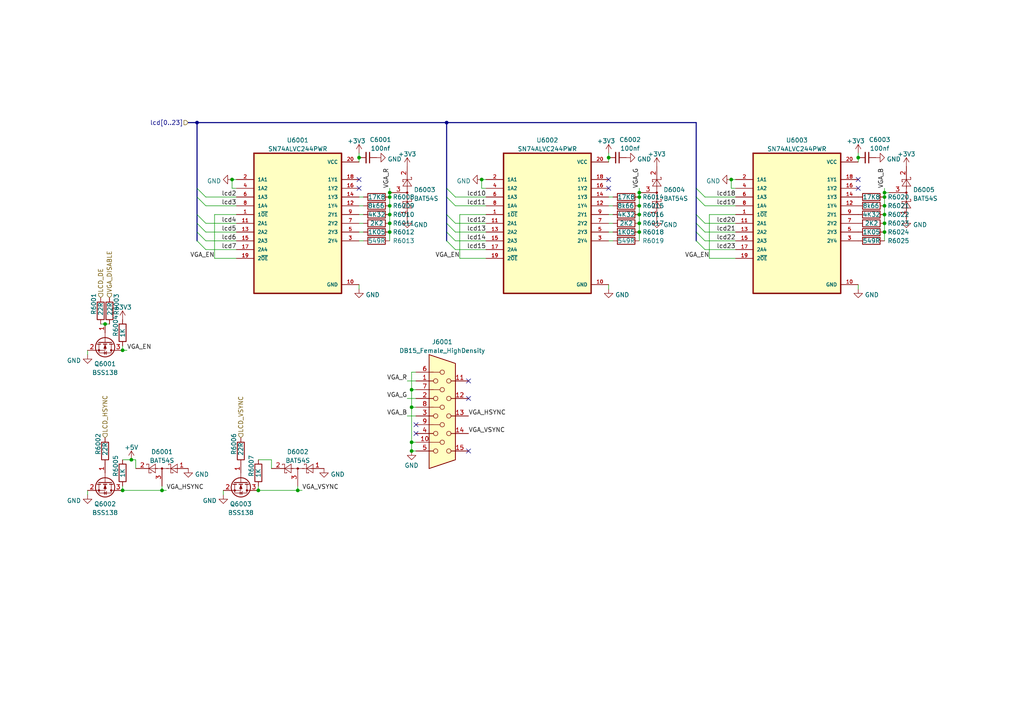
<source format=kicad_sch>
(kicad_sch (version 20211123) (generator eeschema)
  (paper "A4")
  (lib_symbols
    (symbol "Connector:DB15_Female_HighDensity" (pin_names (offset 1.016) hide)
      (property "Reference" "J" (at 0 21.59 0))
      (property "Value" "DB15_Female_HighDensity" (at 0 19.05 0))
      (symbol "DB15_Female_HighDensity_0_1"
        (circle (center -1.905 -10.16) (radius 0.635))
        (circle (center -1.905 -5.08) (radius 0.635))
        (circle (center -1.905 0) (radius 0.635))
        (circle (center -1.905 5.08) (radius 0.635))
        (circle (center -1.905 10.16) (radius 0.635))
        (circle (center 0 -7.62) (radius 0.635))
        (circle (center 0 -2.54) (radius 0.635))
        (polyline (pts (xy -3.175 7.62) (xy -0.635 7.62)))
        (polyline (pts (xy -0.635 -7.62) (xy -3.175 -7.62)))
        (polyline (pts (xy -0.635 -2.54) (xy -3.175 -2.54)))
        (polyline (pts (xy -0.635 2.54) (xy -3.175 2.54)))
        (polyline (pts (xy -0.635 12.7) (xy -3.175 12.7)))
        (polyline (pts (xy -3.81 17.78) (xy -3.81 -15.24) (xy 3.81 -12.7) (xy 3.81 15.24) (xy -3.81 17.78)) (stroke (width 0.254)) (fill (type background)))
        (circle (center 0 2.54) (radius 0.635))
        (circle (center 0 7.62) (radius 0.635))
        (circle (center 0 12.7) (radius 0.635))
        (circle (center 1.905 -10.16) (radius 0.635))
        (circle (center 1.905 -5.08) (radius 0.635))
        (circle (center 1.905 0) (radius 0.635))
        (circle (center 1.905 5.08) (radius 0.635))
        (circle (center 1.905 10.16) (radius 0.635))
      )
      (symbol "DB15_Female_HighDensity_1_1"
        (pin passive line (at -7.62 10.16 0) (length 5.08) (name "~") (number "1"))
        (pin passive line (at -7.62 -7.62 0) (length 5.08) (name "~") (number "10"))
        (pin passive line (at 7.62 10.16 180) (length 5.08) (name "~") (number "11"))
        (pin passive line (at 7.62 5.08 180) (length 5.08) (name "~") (number "12"))
        (pin passive line (at 7.62 0 180) (length 5.08) (name "~") (number "13"))
        (pin passive line (at 7.62 -5.08 180) (length 5.08) (name "~") (number "14"))
        (pin passive line (at 7.62 -10.16 180) (length 5.08) (name "~") (number "15"))
        (pin passive line (at -7.62 5.08 0) (length 5.08) (name "~") (number "2"))
        (pin passive line (at -7.62 0 0) (length 5.08) (name "~") (number "3"))
        (pin passive line (at -7.62 -5.08 0) (length 5.08) (name "~") (number "4"))
        (pin passive line (at -7.62 -10.16 0) (length 5.08) (name "~") (number "5"))
        (pin passive line (at -7.62 12.7 0) (length 5.08) (name "~") (number "6"))
        (pin passive line (at -7.62 7.62 0) (length 5.08) (name "~") (number "7"))
        (pin passive line (at -7.62 2.54 0) (length 5.08) (name "~") (number "8"))
        (pin passive line (at -7.62 -2.54 0) (length 5.08) (name "~") (number "9"))
      )
    )
    (symbol "Device:C_Small" (pin_numbers hide) (pin_names (offset 0.254) hide)
      (property "Reference" "C" (at 0.254 1.778 0))
      (property "Value" "C_Small" (at 0.254 -2.032 0))
      (symbol "C_Small_0_1"
        (polyline (pts (xy -1.524 -0.508) (xy 1.524 -0.508)) (stroke (width 0.3302)))
        (polyline (pts (xy -1.524 0.508) (xy 1.524 0.508)) (stroke (width 0.3048)))
      )
      (symbol "C_Small_1_1"
        (pin passive line (at 0 2.54 270) (length 2.032) (name "~") (number "1"))
        (pin passive line (at 0 -2.54 90) (length 2.032) (name "~") (number "2"))
      )
    )
    (symbol "Device:R" (pin_numbers hide) (pin_names (offset 0))
      (property "Reference" "R" (at 2.032 0 90))
      (property "Value" "R" (at 0 0 90))
      (symbol "R_0_1"
        (rectangle (start -1.016 -2.54) (end 1.016 2.54) (stroke (width 0.254)))
      )
      (symbol "R_1_1"
        (pin passive line (at 0 3.81 270) (length 1.27) (name "~") (number "1"))
        (pin passive line (at 0 -3.81 90) (length 1.27) (name "~") (number "2"))
      )
    )
    (symbol "Diode:BAT54S" (pin_names (offset 1.016))
      (property "Reference" "D" (at 0.635 -3.81 0))
      (property "Value" "BAT54S" (at -6.35 3.175 0))
      (symbol "BAT54S_0_1"
        (polyline (pts (xy -3.81 0) (xy -1.27 0)))
        (polyline (pts (xy -3.175 -1.27) (xy -3.175 -1.016)))
        (polyline (pts (xy -2.54 -1.27) (xy -3.175 -1.27)))
        (polyline (pts (xy -2.54 -1.27) (xy -2.54 1.27)))
        (polyline (pts (xy -2.54 1.27) (xy -1.905 1.27)))
        (polyline (pts (xy -1.905 0) (xy 1.905 0)))
        (polyline (pts (xy -1.905 1.27) (xy -1.905 1.016)))
        (polyline (pts (xy 1.27 0) (xy 3.81 0)))
        (polyline (pts (xy 3.175 -1.27) (xy 3.175 -1.016)))
        (polyline (pts (xy 3.81 -1.27) (xy 3.175 -1.27)))
        (polyline (pts (xy 3.81 -1.27) (xy 3.81 1.27)))
        (polyline (pts (xy 3.81 1.27) (xy 4.445 1.27)))
        (polyline (pts (xy 4.445 1.27) (xy 4.445 1.016)))
        (polyline (pts (xy -4.445 1.27) (xy -4.445 -1.27) (xy -2.54 0) (xy -4.445 1.27)))
        (polyline (pts (xy 1.905 1.27) (xy 1.905 -1.27) (xy 3.81 0) (xy 1.905 1.27)))
        (circle (center 0 0) (radius 0.254) (fill (type outline)))
      )
      (symbol "BAT54S_1_1"
        (pin passive line (at -7.62 0 0) (length 3.81) (name "~") (number "1"))
        (pin passive line (at 7.62 0 180) (length 3.81) (name "~") (number "2"))
        (pin passive line (at 0 -5.08 90) (length 5.08) (name "~") (number "3"))
      )
    )
    (symbol "SN74ALVC244PWR_line_driver:SN74ALVC244PWR" (pin_names (offset 1.016))
      (property "Reference" "U" (at -12.7 21.3106 0))
      (property "Value" "SN74ALVC244PWR" (at -12.7 -24.3078 0))
      (symbol "SN74ALVC244PWR_0_0"
        (rectangle (start -12.7 -20.32) (end 12.7 20.32) (stroke (width 0.4064)) (fill (type background)))
        (pin input line (at -17.78 2.54 0) (length 5.08) (name "1~{OE}") (number "1"))
        (pin power_in line (at 17.78 -17.78 180) (length 5.08) (name "GND") (number "10"))
        (pin input line (at -17.78 0 0) (length 5.08) (name "2A1") (number "11"))
        (pin output line (at 17.78 5.08 180) (length 5.08) (name "1Y4") (number "12"))
        (pin input line (at -17.78 -2.54 0) (length 5.08) (name "2A2") (number "13"))
        (pin output line (at 17.78 7.62 180) (length 5.08) (name "1Y3") (number "14"))
        (pin input line (at -17.78 -5.08 0) (length 5.08) (name "2A3") (number "15"))
        (pin output line (at 17.78 10.16 180) (length 5.08) (name "1Y2") (number "16"))
        (pin input line (at -17.78 -7.62 0) (length 5.08) (name "2A4") (number "17"))
        (pin output line (at 17.78 12.7 180) (length 5.08) (name "1Y1") (number "18"))
        (pin input line (at -17.78 -10.16 0) (length 5.08) (name "2~{OE}") (number "19"))
        (pin input line (at -17.78 12.7 0) (length 5.08) (name "1A1") (number "2"))
        (pin power_in line (at 17.78 17.78 180) (length 5.08) (name "VCC") (number "20"))
        (pin output line (at 17.78 -5.08 180) (length 5.08) (name "2Y4") (number "3"))
        (pin input line (at -17.78 10.16 0) (length 5.08) (name "1A2") (number "4"))
        (pin output line (at 17.78 -2.54 180) (length 5.08) (name "2Y3") (number "5"))
        (pin input line (at -17.78 7.62 0) (length 5.08) (name "1A3") (number "6"))
        (pin output line (at 17.78 0 180) (length 5.08) (name "2Y2") (number "7"))
        (pin input line (at -17.78 5.08 0) (length 5.08) (name "1A4") (number "8"))
        (pin output line (at 17.78 2.54 180) (length 5.08) (name "2Y1") (number "9"))
      )
    )
    (symbol "Transistor_FET:BSS138" (pin_names hide)
      (property "Reference" "Q" (at 5.08 1.905 0))
      (property "Value" "BSS138" (at 5.08 0 0))
      (symbol "BSS138_0_1"
        (polyline (pts (xy 0.254 0) (xy -2.54 0)))
        (polyline (pts (xy 0.254 1.905) (xy 0.254 -1.905)) (stroke (width 0.254)))
        (polyline (pts (xy 0.762 -1.27) (xy 0.762 -2.286)) (stroke (width 0.254)))
        (polyline (pts (xy 0.762 0.508) (xy 0.762 -0.508)) (stroke (width 0.254)))
        (polyline (pts (xy 0.762 2.286) (xy 0.762 1.27)) (stroke (width 0.254)))
        (polyline (pts (xy 2.54 2.54) (xy 2.54 1.778)))
        (polyline (pts (xy 2.54 -2.54) (xy 2.54 0) (xy 0.762 0)))
        (polyline (pts (xy 0.762 -1.778) (xy 3.302 -1.778) (xy 3.302 1.778) (xy 0.762 1.778)))
        (polyline (pts (xy 1.016 0) (xy 2.032 0.381) (xy 2.032 -0.381) (xy 1.016 0)) (fill (type outline)))
        (polyline (pts (xy 2.794 0.508) (xy 2.921 0.381) (xy 3.683 0.381) (xy 3.81 0.254)))
        (polyline (pts (xy 3.302 0.381) (xy 2.921 -0.254) (xy 3.683 -0.254) (xy 3.302 0.381)))
        (circle (center 1.651 0) (radius 2.794) (stroke (width 0.254)))
        (circle (center 2.54 -1.778) (radius 0.254) (fill (type outline)))
        (circle (center 2.54 1.778) (radius 0.254) (fill (type outline)))
      )
      (symbol "BSS138_1_1"
        (pin input line (at -5.08 0 0) (length 2.54) (name "G") (number "1"))
        (pin passive line (at 2.54 -5.08 90) (length 2.54) (name "S") (number "2"))
        (pin passive line (at 2.54 5.08 270) (length 2.54) (name "D") (number "3"))
      )
    )
    (symbol "power:+3V3" (power) (pin_names (offset 0))
      (property "Value" "+3V3" (at 0 3.556 0))
      (symbol "+3V3_0_1"
        (polyline (pts (xy -0.762 1.27) (xy 0 2.54)))
        (polyline (pts (xy 0 0) (xy 0 2.54)))
        (polyline (pts (xy 0 2.54) (xy 0.762 1.27)))
      )
      (symbol "+3V3_1_1"
        (pin power_in line (at 0 0 90) (length 0) hide (name "+3V3") (number "1"))
      )
    )
    (symbol "power:+5V" (power) (pin_names (offset 0))
      (property "Value" "+5V" (at 0 3.556 0))
      (symbol "+5V_0_1"
        (polyline (pts (xy -0.762 1.27) (xy 0 2.54)))
        (polyline (pts (xy 0 0) (xy 0 2.54)))
        (polyline (pts (xy 0 2.54) (xy 0.762 1.27)))
      )
      (symbol "+5V_1_1"
        (pin power_in line (at 0 0 90) (length 0) hide (name "+5V") (number "1"))
      )
    )
    (symbol "power:GND" (power) (pin_names (offset 0))
      (property "Value" "GND" (at 0 -3.81 0))
      (symbol "GND_0_1"
        (polyline (pts (xy 0 0) (xy 0 -1.27) (xy 1.27 -1.27) (xy 0 -2.54) (xy -1.27 -1.27) (xy 0 -1.27)))
      )
      (symbol "GND_1_1"
        (pin power_in line (at 0 0 270) (length 0) hide (name "GND") (number "1"))
      )
    )
  )
  (junction (at 256.54 62.23))
  (junction (at 119.38 118.11))
  (junction (at 212.09 52.07))
  (junction (at 30.48 93.98))
  (junction (at 74.93 142.24))
  (junction (at 113.03 57.15))
  (junction (at 185.42 55.88))
  (junction (at 248.92 45.72))
  (junction (at 113.03 64.77))
  (junction (at 256.54 57.15))
  (junction (at 104.14 45.72))
  (junction (at 113.03 55.88))
  (junction (at 119.38 128.27))
  (junction (at 256.54 67.31))
  (junction (at 119.38 130.81))
  (junction (at 57.15 35.56))
  (junction (at 86.36 142.24))
  (junction (at 46.99 142.24))
  (junction (at 38.1 133.35))
  (junction (at 185.42 67.31))
  (junction (at 113.03 59.69))
  (junction (at 67.31 52.07))
  (junction (at 256.54 59.69))
  (junction (at 256.54 64.77))
  (junction (at 185.42 62.23))
  (junction (at 35.56 142.24))
  (junction (at 113.03 62.23))
  (junction (at 176.53 45.72))
  (junction (at 185.42 59.69))
  (junction (at 185.42 57.15))
  (junction (at 256.54 55.88))
  (junction (at 185.42 64.77))
  (junction (at 35.56 101.6))
  (junction (at 113.03 67.31))
  (junction (at 129.54 35.56))
  (junction (at 139.7 52.07))
  (junction (at 119.38 113.03))
  (no_connect (at 248.92 52.07))
  (no_connect (at 104.14 52.07))
  (no_connect (at 104.14 54.61))
  (no_connect (at 248.92 54.61))
  (no_connect (at 120.65 123.19))
  (no_connect (at 120.65 125.73))
  (no_connect (at 135.89 110.49))
  (no_connect (at 135.89 130.81))
  (no_connect (at 135.89 115.57))
  (no_connect (at 176.53 52.07))
  (no_connect (at 176.53 54.61))
  (bus_entry (at 57.15 64.77) (size 2.54 2.54))
  (bus_entry (at 129.54 57.15) (size 2.54 2.54))
  (bus_entry (at 129.54 62.23) (size 2.54 2.54))
  (bus_entry (at 57.15 67.31) (size 2.54 2.54))
  (bus_entry (at 129.54 54.61) (size 2.54 2.54))
  (bus_entry (at 201.93 64.77) (size 2.54 2.54))
  (bus_entry (at 201.93 62.23) (size 2.54 2.54))
  (bus_entry (at 129.54 64.77) (size 2.54 2.54))
  (bus_entry (at 129.54 67.31) (size 2.54 2.54))
  (bus_entry (at 57.15 57.15) (size 2.54 2.54))
  (bus_entry (at 201.93 57.15) (size 2.54 2.54))
  (bus_entry (at 201.93 67.31) (size 2.54 2.54))
  (bus_entry (at 201.93 54.61) (size 2.54 2.54))
  (bus_entry (at 129.54 69.85) (size 2.54 2.54))
  (bus_entry (at 57.15 69.85) (size 2.54 2.54))
  (bus_entry (at 201.93 69.85) (size 2.54 2.54))
  (bus_entry (at 57.15 54.61) (size 2.54 2.54))
  (bus_entry (at 57.15 62.23) (size 2.54 2.54))
  (bus (pts (xy 129.54 69.85) (xy 129.54 67.31)))
  (wire (pts (xy 204.47 72.39) (xy 213.36 72.39)))
  (wire (pts (xy 113.03 62.23) (xy 113.03 64.77)))
  (wire (pts (xy 113.03 57.15) (xy 113.03 59.69)))
  (wire (pts (xy 35.56 133.35) (xy 38.1 133.35)))
  (wire (pts (xy 35.56 101.6) (xy 36.83 101.6)))
  (wire (pts (xy 78.74 133.35) (xy 78.74 135.89)))
  (wire (pts (xy 256.54 67.31) (xy 256.54 69.85)))
  (wire (pts (xy 256.54 57.15) (xy 256.54 59.69)))
  (wire (pts (xy 104.14 67.31) (xy 105.41 67.31)))
  (wire (pts (xy 120.65 120.65) (xy 118.11 120.65)))
  (bus (pts (xy 201.93 67.31) (xy 201.93 64.77)))
  (wire (pts (xy 38.1 133.35) (xy 39.37 133.35)))
  (wire (pts (xy 35.56 100.33) (xy 35.56 101.6)))
  (wire (pts (xy 204.47 67.31) (xy 213.36 67.31)))
  (wire (pts (xy 176.53 57.15) (xy 177.8 57.15)))
  (bus (pts (xy 201.93 69.85) (xy 201.93 67.31)))
  (wire (pts (xy 256.54 62.23) (xy 256.54 64.77)))
  (wire (pts (xy 133.35 74.93) (xy 133.35 62.23)))
  (wire (pts (xy 132.08 69.85) (xy 140.97 69.85)))
  (wire (pts (xy 113.03 67.31) (xy 113.03 69.85)))
  (wire (pts (xy 176.53 45.72) (xy 176.53 46.99)))
  (wire (pts (xy 213.36 54.61) (xy 212.09 54.61)))
  (wire (pts (xy 35.56 140.97) (xy 35.56 142.24)))
  (wire (pts (xy 119.38 113.03) (xy 119.38 118.11)))
  (wire (pts (xy 67.31 52.07) (xy 68.58 52.07)))
  (wire (pts (xy 74.93 140.97) (xy 74.93 142.24)))
  (wire (pts (xy 120.65 107.95) (xy 119.38 107.95)))
  (wire (pts (xy 68.58 54.61) (xy 67.31 54.61)))
  (bus (pts (xy 57.15 67.31) (xy 57.15 64.77)))
  (wire (pts (xy 119.38 128.27) (xy 119.38 118.11)))
  (wire (pts (xy 133.35 62.23) (xy 140.97 62.23)))
  (wire (pts (xy 256.54 54.61) (xy 256.54 55.88)))
  (bus (pts (xy 201.93 57.15) (xy 201.93 54.61)))
  (wire (pts (xy 185.42 54.61) (xy 185.42 55.88)))
  (bus (pts (xy 57.15 69.85) (xy 57.15 67.31)))
  (wire (pts (xy 104.14 44.45) (xy 104.14 45.72)))
  (wire (pts (xy 118.11 115.57) (xy 120.65 115.57)))
  (wire (pts (xy 185.42 55.88) (xy 185.42 57.15)))
  (wire (pts (xy 113.03 59.69) (xy 113.03 62.23)))
  (wire (pts (xy 104.14 57.15) (xy 105.41 57.15)))
  (bus (pts (xy 54.61 35.56) (xy 57.15 35.56)))
  (wire (pts (xy 119.38 107.95) (xy 119.38 113.03)))
  (wire (pts (xy 104.14 83.82) (xy 104.14 82.55)))
  (wire (pts (xy 176.53 69.85) (xy 177.8 69.85)))
  (wire (pts (xy 256.54 59.69) (xy 256.54 62.23)))
  (wire (pts (xy 25.4 102.87) (xy 25.4 101.6)))
  (wire (pts (xy 59.69 72.39) (xy 68.58 72.39)))
  (wire (pts (xy 104.14 59.69) (xy 105.41 59.69)))
  (wire (pts (xy 212.09 54.61) (xy 212.09 52.07)))
  (wire (pts (xy 248.92 45.72) (xy 248.92 46.99)))
  (wire (pts (xy 140.97 74.93) (xy 133.35 74.93)))
  (bus (pts (xy 201.93 57.15) (xy 201.93 62.23)))
  (wire (pts (xy 59.69 69.85) (xy 68.58 69.85)))
  (wire (pts (xy 120.65 130.81) (xy 119.38 130.81)))
  (wire (pts (xy 119.38 118.11) (xy 120.65 118.11)))
  (wire (pts (xy 248.92 44.45) (xy 248.92 45.72)))
  (wire (pts (xy 68.58 62.23) (xy 62.23 62.23)))
  (wire (pts (xy 113.03 64.77) (xy 113.03 67.31)))
  (wire (pts (xy 176.53 59.69) (xy 177.8 59.69)))
  (wire (pts (xy 176.53 44.45) (xy 176.53 45.72)))
  (wire (pts (xy 64.77 143.51) (xy 64.77 142.24)))
  (wire (pts (xy 185.42 57.15) (xy 185.42 59.69)))
  (bus (pts (xy 57.15 57.15) (xy 57.15 62.23)))
  (wire (pts (xy 212.09 52.07) (xy 213.36 52.07)))
  (wire (pts (xy 86.36 142.24) (xy 87.63 142.24)))
  (bus (pts (xy 129.54 67.31) (xy 129.54 64.77)))
  (bus (pts (xy 129.54 35.56) (xy 129.54 54.61)))
  (wire (pts (xy 29.21 93.98) (xy 30.48 93.98)))
  (wire (pts (xy 118.11 110.49) (xy 120.65 110.49)))
  (wire (pts (xy 248.92 83.82) (xy 248.92 82.55)))
  (wire (pts (xy 185.42 62.23) (xy 185.42 64.77)))
  (bus (pts (xy 129.54 64.77) (xy 129.54 62.23)))
  (wire (pts (xy 139.7 52.07) (xy 140.97 52.07)))
  (bus (pts (xy 57.15 57.15) (xy 57.15 54.61)))
  (wire (pts (xy 256.54 55.88) (xy 256.54 57.15)))
  (wire (pts (xy 176.53 62.23) (xy 177.8 62.23)))
  (bus (pts (xy 129.54 35.56) (xy 201.93 35.56)))
  (wire (pts (xy 74.93 142.24) (xy 86.36 142.24)))
  (wire (pts (xy 113.03 55.88) (xy 113.03 57.15)))
  (wire (pts (xy 140.97 54.61) (xy 139.7 54.61)))
  (wire (pts (xy 104.14 69.85) (xy 105.41 69.85)))
  (wire (pts (xy 132.08 72.39) (xy 140.97 72.39)))
  (wire (pts (xy 132.08 59.69) (xy 140.97 59.69)))
  (wire (pts (xy 204.47 69.85) (xy 213.36 69.85)))
  (wire (pts (xy 30.48 93.98) (xy 31.75 93.98)))
  (wire (pts (xy 185.42 67.31) (xy 185.42 69.85)))
  (wire (pts (xy 104.14 64.77) (xy 105.41 64.77)))
  (wire (pts (xy 132.08 57.15) (xy 140.97 57.15)))
  (bus (pts (xy 57.15 35.56) (xy 57.15 54.61)))
  (wire (pts (xy 59.69 57.15) (xy 68.58 57.15)))
  (bus (pts (xy 57.15 64.77) (xy 57.15 62.23)))
  (bus (pts (xy 201.93 35.56) (xy 201.93 54.61)))
  (wire (pts (xy 86.36 142.24) (xy 86.36 140.97)))
  (wire (pts (xy 59.69 64.77) (xy 68.58 64.77)))
  (wire (pts (xy 205.74 74.93) (xy 205.74 62.23)))
  (wire (pts (xy 62.23 62.23) (xy 62.23 74.93)))
  (wire (pts (xy 59.69 59.69) (xy 68.58 59.69)))
  (wire (pts (xy 46.99 142.24) (xy 46.99 140.97)))
  (wire (pts (xy 119.38 113.03) (xy 120.65 113.03)))
  (wire (pts (xy 104.14 62.23) (xy 105.41 62.23)))
  (wire (pts (xy 132.08 64.77) (xy 140.97 64.77)))
  (wire (pts (xy 257.81 55.88) (xy 256.54 55.88)))
  (wire (pts (xy 67.31 54.61) (xy 67.31 52.07)))
  (wire (pts (xy 119.38 130.81) (xy 119.38 128.27)))
  (wire (pts (xy 39.37 133.35) (xy 39.37 135.89)))
  (wire (pts (xy 139.7 54.61) (xy 139.7 52.07)))
  (wire (pts (xy 176.53 83.82) (xy 176.53 82.55)))
  (wire (pts (xy 185.42 64.77) (xy 185.42 67.31)))
  (wire (pts (xy 213.36 74.93) (xy 205.74 74.93)))
  (wire (pts (xy 205.74 62.23) (xy 213.36 62.23)))
  (wire (pts (xy 25.4 143.51) (xy 25.4 142.24)))
  (wire (pts (xy 256.54 64.77) (xy 256.54 67.31)))
  (bus (pts (xy 201.93 64.77) (xy 201.93 62.23)))
  (wire (pts (xy 46.99 142.24) (xy 48.26 142.24)))
  (wire (pts (xy 185.42 59.69) (xy 185.42 62.23)))
  (wire (pts (xy 204.47 57.15) (xy 213.36 57.15)))
  (wire (pts (xy 74.93 133.35) (xy 78.74 133.35)))
  (wire (pts (xy 119.38 128.27) (xy 120.65 128.27)))
  (wire (pts (xy 35.56 142.24) (xy 46.99 142.24)))
  (wire (pts (xy 113.03 54.61) (xy 113.03 55.88)))
  (wire (pts (xy 59.69 67.31) (xy 68.58 67.31)))
  (wire (pts (xy 204.47 64.77) (xy 213.36 64.77)))
  (bus (pts (xy 129.54 57.15) (xy 129.54 54.61)))
  (wire (pts (xy 176.53 64.77) (xy 177.8 64.77)))
  (bus (pts (xy 57.15 35.56) (xy 129.54 35.56)))
  (wire (pts (xy 132.08 67.31) (xy 140.97 67.31)))
  (wire (pts (xy 104.14 45.72) (xy 104.14 46.99)))
  (bus (pts (xy 129.54 57.15) (xy 129.54 62.23)))
  (wire (pts (xy 204.47 59.69) (xy 213.36 59.69)))
  (wire (pts (xy 62.23 74.93) (xy 68.58 74.93)))
  (wire (pts (xy 176.53 67.31) (xy 177.8 67.31)))
  (label "lcd7" (at 68.58 72.39 180))
  (label "lcd6" (at 68.58 69.85 180))
  (label "VGA_HSYNC" (at 135.89 120.65 0))
  (label "VGA_HSYNC" (at 48.26 142.24 0))
  (label "lcd14" (at 140.97 69.85 180))
  (label "lcd15" (at 140.97 72.39 180))
  (label "lcd19" (at 213.36 59.69 180))
  (label "VGA_EN" (at 133.35 74.93 180))
  (label "lcd20" (at 213.36 64.77 180))
  (label "VGA_B" (at 256.54 54.61 90))
  (label "lcd11" (at 140.97 59.69 180))
  (label "VGA_R" (at 113.03 54.61 90))
  (label "lcd4" (at 68.58 64.77 180))
  (label "lcd3" (at 68.58 59.69 180))
  (label "VGA_EN" (at 36.83 101.6 0))
  (label "lcd10" (at 140.97 57.15 180))
  (label "VGA_VSYNC" (at 87.63 142.24 0))
  (label "VGA_G" (at 118.11 115.57 180))
  (label "lcd12" (at 140.97 64.77 180))
  (label "lcd23" (at 213.36 72.39 180))
  (label "lcd18" (at 213.36 57.15 180))
  (label "VGA_EN" (at 205.74 74.93 180))
  (label "lcd22" (at 213.36 69.85 180))
  (label "lcd13" (at 140.97 67.31 180))
  (label "VGA_R" (at 118.11 110.49 180))
  (label "VGA_B" (at 118.11 120.65 180))
  (label "VGA_EN" (at 62.23 74.93 180))
  (label "lcd21" (at 213.36 67.31 180))
  (label "lcd2" (at 68.58 57.15 180))
  (label "lcd5" (at 68.58 67.31 180))
  (label "VGA_VSYNC" (at 135.89 125.73 0))
  (label "VGA_G" (at 185.42 54.61 90))
  (hierarchical_label "LCD_HSYNC" (shape input) (at 30.48 127 90))
  (hierarchical_label "VGA_DISABLE" (shape input) (at 31.75 86.36 90))
  (hierarchical_label "lcd[0..23]" (shape input) (at 54.61 35.56 180))
  (hierarchical_label "LCD_DE" (shape input) (at 29.21 86.36 90))
  (hierarchical_label "LCD_VSYNC" (shape input) (at 69.85 127 90))
  (symbol (lib_id "Device:R") (at 109.22 59.69 270) (unit 1)
    (property "Reference" "R6009" (at 113.919 59.69 90) (effects (justify left)))
    (property "Value" "8k66" (at 106.68 59.69 90) (effects (justify left)))
    (property "Footprint" "Resistor_SMD:R_0402_1005Metric" (effects hide))
  )
  (symbol (lib_id "power:GND") (at 212.09 52.07 270) (unit 1)
    (property "Reference" "#PWR0149" (effects hide))
    (property "Value" "GND" (at 208.9151 52.5038 90) (effects (justify right)))
  )
  (symbol (lib_id "Device:R") (at 69.85 130.81 0) (unit 1)
    (property "Reference" "R6006" (at 67.818 131.953 90) (effects (justify left)))
    (property "Value" "22R" (at 69.85 132.207 90) (effects (justify left)))
    (property "Footprint" "Resistor_SMD:R_0603_1608Metric" (effects hide))
  )
  (symbol (lib_id "Device:R") (at 252.73 59.69 270) (unit 1)
    (property "Reference" "R6021" (at 257.429 59.69 90) (effects (justify left)))
    (property "Value" "8k66" (at 250.19 59.69 90) (effects (justify left)))
    (property "Footprint" "Resistor_SMD:R_0402_1005Metric" (effects hide))
  )
  (symbol (lib_id "power:+3V3") (at 104.14 44.45 0) (unit 1)
    (property "Reference" "#PWR0139" (effects hide))
    (property "Value" "+3V3" (at 106.045 40.894 0) (effects (justify right)))
  )
  (symbol (lib_id "power:+3V3") (at 35.56 92.71 0) (unit 1)
    (property "Reference" "#PWR0146" (effects hide))
    (property "Value" "+3V3" (at 35.56 89.1342 0))
  )
  (symbol (lib_id "Device:R") (at 35.56 137.16 0) (unit 1)
    (property "Reference" "R6005" (at 33.528 138.303 90) (effects (justify left)))
    (property "Value" "1K" (at 35.56 138.557 90) (effects (justify left)))
    (property "Footprint" "Resistor_SMD:R_0603_1608Metric" (effects hide))
  )
  (symbol (lib_id "Diode:BAT54S") (at 262.89 55.88 270) (mirror x) (unit 1)
    (property "Reference" "D6005" (at 264.795 55.0453 90) (effects (justify left)))
    (property "Value" "BAT54S" (at 264.795 57.5822 90) (effects (justify left)))
    (property "Footprint" "Package_TO_SOT_SMD:SOT-23" (effects hide))
    (property "Datasheet" "https://www.diodes.com/assets/Datasheets/ds11005.pdf" (effects hide))
  )
  (symbol (lib_id "Device:R") (at 109.22 64.77 270) (unit 1)
    (property "Reference" "R6011" (at 113.919 64.77 90) (effects (justify left)))
    (property "Value" "2K2" (at 107.315 64.77 90) (effects (justify left)))
    (property "Footprint" "Resistor_SMD:R_0402_1005Metric" (effects hide))
  )
  (symbol (lib_id "power:+3V3") (at 176.53 44.45 0) (unit 1)
    (property "Reference" "#PWR0140" (effects hide))
    (property "Value" "+3V3" (at 178.435 40.894 0) (effects (justify right)))
  )
  (symbol (lib_id "power:GND") (at 54.61 135.89 0) (unit 1)
    (property "Reference" "#PWR0143" (effects hide))
    (property "Value" "GND" (at 56.515 137.5938 0) (effects (justify left)))
  )
  (symbol (lib_id "Device:R") (at 252.73 57.15 270) (unit 1)
    (property "Reference" "R6020" (at 257.429 57.15 90) (effects (justify left)))
    (property "Value" "17K8" (at 250.19 57.15 90) (effects (justify left)))
    (property "Footprint" "Resistor_SMD:R_0402_1005Metric" (effects hide))
  )
  (symbol (lib_id "Diode:BAT54S") (at 46.99 135.89 0) (mirror y) (unit 1)
    (property "Reference" "D6001" (at 46.99 131.0472 0))
    (property "Value" "BAT54S" (at 46.99 133.5841 0))
    (property "Footprint" "Package_TO_SOT_SMD:SOT-23" (effects hide))
    (property "Datasheet" "https://www.diodes.com/assets/Datasheets/ds11005.pdf" (effects hide))
  )
  (symbol (lib_id "Device:R") (at 181.61 62.23 270) (unit 1)
    (property "Reference" "R6016" (at 186.309 62.23 90) (effects (justify left)))
    (property "Value" "4K32" (at 179.07 62.23 90) (effects (justify left)))
    (property "Footprint" "Resistor_SMD:R_0402_1005Metric" (effects hide))
  )
  (symbol (lib_id "Diode:BAT54S") (at 118.11 55.88 270) (mirror x) (unit 1)
    (property "Reference" "D6003" (at 120.015 55.0453 90) (effects (justify left)))
    (property "Value" "BAT54S" (at 120.015 57.5822 90) (effects (justify left)))
    (property "Footprint" "Package_TO_SOT_SMD:SOT-23" (effects hide))
    (property "Datasheet" "https://www.diodes.com/assets/Datasheets/ds11005.pdf" (effects hide))
  )
  (symbol (lib_id "Diode:BAT54S") (at 86.36 135.89 0) (mirror y) (unit 1)
    (property "Reference" "D6002" (at 86.36 131.0472 0))
    (property "Value" "BAT54S" (at 86.36 133.5841 0))
    (property "Footprint" "Package_TO_SOT_SMD:SOT-23" (effects hide))
    (property "Datasheet" "https://www.diodes.com/assets/Datasheets/ds11005.pdf" (effects hide))
  )
  (symbol (lib_id "Device:R") (at 181.61 67.31 270) (unit 1)
    (property "Reference" "R6018" (at 186.309 67.31 90) (effects (justify left)))
    (property "Value" "1K05" (at 179.07 67.31 90) (effects (justify left)))
    (property "Footprint" "Resistor_SMD:R_0402_1005Metric" (effects hide))
  )
  (symbol (lib_id "Device:R") (at 74.93 137.16 0) (unit 1)
    (property "Reference" "R6007" (at 72.898 138.303 90) (effects (justify left)))
    (property "Value" "1K" (at 74.93 138.557 90) (effects (justify left)))
    (property "Footprint" "Resistor_SMD:R_0603_1608Metric" (effects hide))
  )
  (symbol (lib_id "Device:R") (at 181.61 69.85 270) (unit 1)
    (property "Reference" "R6019" (at 186.309 69.85 90) (effects (justify left)))
    (property "Value" "549R" (at 179.07 69.85 90) (effects (justify left)))
    (property "Footprint" "Resistor_SMD:R_0402_1005Metric" (effects hide))
  )
  (symbol (lib_id "Device:R") (at 252.73 64.77 270) (unit 1)
    (property "Reference" "R6023" (at 257.429 64.77 90) (effects (justify left)))
    (property "Value" "2K2" (at 250.825 64.77 90) (effects (justify left)))
    (property "Footprint" "Resistor_SMD:R_0402_1005Metric" (effects hide))
  )
  (symbol (lib_id "power:GND") (at 176.53 83.82 0) (unit 1)
    (property "Reference" "#PWR0158" (effects hide))
    (property "Value" "GND" (at 178.435 85.5238 0) (effects (justify left)))
  )
  (symbol (lib_id "power:GND") (at 67.31 52.07 270) (unit 1)
    (property "Reference" "#PWR0134" (effects hide))
    (property "Value" "GND" (at 64.1351 52.5038 90) (effects (justify right)))
  )
  (symbol (lib_id "power:GND") (at 262.89 63.5 0) (unit 1)
    (property "Reference" "#PWR0151" (effects hide))
    (property "Value" "GND" (at 264.795 65.2038 0) (effects (justify left)))
  )
  (symbol (lib_id "Device:R") (at 181.61 64.77 270) (unit 1)
    (property "Reference" "R6017" (at 186.309 64.77 90) (effects (justify left)))
    (property "Value" "2K2" (at 179.705 64.77 90) (effects (justify left)))
    (property "Footprint" "Resistor_SMD:R_0402_1005Metric" (effects hide))
  )
  (symbol (lib_id "power:GND") (at 104.14 83.82 0) (unit 1)
    (property "Reference" "#PWR0138" (effects hide))
    (property "Value" "GND" (at 106.045 85.5238 0) (effects (justify left)))
  )
  (symbol (lib_id "power:+3V3") (at 262.89 48.26 0) (unit 1)
    (property "Reference" "#PWR0152" (effects hide))
    (property "Value" "+3V3" (at 262.89 44.6842 0))
  )
  (symbol (lib_id "power:GND") (at 64.77 143.51 0) (unit 1)
    (property "Reference" "#PWR0141" (effects hide))
    (property "Value" "GND" (at 62.8651 145.2138 0) (effects (justify right)))
  )
  (symbol (lib_id "Device:R") (at 31.75 90.17 0) (unit 1)
    (property "Reference" "R6003" (at 33.782 91.44 90) (effects (justify left)))
    (property "Value" "22R" (at 31.877 91.567 90) (effects (justify left)))
    (property "Footprint" "Resistor_SMD:R_0603_1608Metric" (effects hide))
  )
  (symbol (lib_id "Device:R") (at 181.61 57.15 270) (unit 1)
    (property "Reference" "R6014" (at 186.309 57.15 90) (effects (justify left)))
    (property "Value" "17K8" (at 179.07 57.15 90) (effects (justify left)))
    (property "Footprint" "Resistor_SMD:R_0402_1005Metric" (effects hide))
  )
  (symbol (lib_id "Device:R") (at 30.48 130.81 0) (unit 1)
    (property "Reference" "R6002" (at 28.448 131.953 90) (effects (justify left)))
    (property "Value" "22R" (at 30.48 132.207 90) (effects (justify left)))
    (property "Footprint" "Resistor_SMD:R_0603_1608Metric" (effects hide))
  )
  (symbol (lib_id "power:GND") (at 25.4 143.51 0) (unit 1)
    (property "Reference" "#PWR0145" (effects hide))
    (property "Value" "GND" (at 23.4951 145.2138 0) (effects (justify right)))
  )
  (symbol (lib_id "power:GND") (at 93.98 135.89 0) (unit 1)
    (property "Reference" "#PWR0147" (effects hide))
    (property "Value" "GND" (at 95.885 137.5938 0) (effects (justify left)))
  )
  (symbol (lib_id "power:GND") (at 254 45.72 90) (unit 1)
    (property "Reference" "#PWR0154" (effects hide))
    (property "Value" "GND" (at 257.175 46.1538 90) (effects (justify right)))
  )
  (symbol (lib_id "Device:R") (at 109.22 67.31 270) (unit 1)
    (property "Reference" "R6012" (at 113.919 67.31 90) (effects (justify left)))
    (property "Value" "1K05" (at 106.68 67.31 90) (effects (justify left)))
    (property "Footprint" "Resistor_SMD:R_0402_1005Metric" (effects hide))
  )
  (symbol (lib_id "power:GND") (at 25.4 102.87 0) (unit 1)
    (property "Reference" "#PWR0144" (effects hide))
    (property "Value" "GND" (at 23.4951 104.5738 0) (effects (justify right)))
  )
  (symbol (lib_id "Device:R") (at 109.22 57.15 270) (unit 1)
    (property "Reference" "R6008" (at 113.919 57.15 90) (effects (justify left)))
    (property "Value" "17K8" (at 106.68 57.15 90) (effects (justify left)))
    (property "Footprint" "Resistor_SMD:R_0402_1005Metric" (effects hide))
  )
  (symbol (lib_id "power:GND") (at 109.22 45.72 90) (unit 1)
    (property "Reference" "#PWR0137" (effects hide))
    (property "Value" "GND" (at 112.395 46.1538 90) (effects (justify right)))
  )
  (symbol (lib_id "power:GND") (at 119.38 130.81 0) (unit 1)
    (property "Reference" "#PWR0148" (effects hide))
    (property "Value" "GND" (at 121.412 135.001 0) (effects (justify right)))
  )
  (symbol (lib_id "power:+3V3") (at 248.92 44.45 0) (unit 1)
    (property "Reference" "#PWR0153" (effects hide))
    (property "Value" "+3V3" (at 250.825 40.894 0) (effects (justify right)))
  )
  (symbol (lib_id "Device:R") (at 35.56 96.52 0) (unit 1)
    (property "Reference" "R6004" (at 33.528 97.663 90) (effects (justify left)))
    (property "Value" "1K" (at 35.56 97.917 90) (effects (justify left)))
    (property "Footprint" "Resistor_SMD:R_0603_1608Metric" (effects hide))
  )
  (symbol (lib_id "SN74ALVC244PWR_line_driver:SN74ALVC244PWR") (at 86.36 64.77 0) (unit 1)
    (property "Reference" "U6001" (at 86.36 40.674 0))
    (property "Value" "SN74ALVC244PWR" (at 86.36 43.2109 0))
    (property "Footprint" "Package_SO:SOP-20_7.5x12.8mm_P1.27mm" (effects hide))
  )
  (symbol (lib_id "Device:R") (at 29.21 90.17 0) (unit 1)
    (property "Reference" "R6001" (at 27.178 91.313 90) (effects (justify left)))
    (property "Value" "22R" (at 29.21 91.567 90) (effects (justify left)))
    (property "Footprint" "Resistor_SMD:R_0603_1608Metric" (effects hide))
  )
  (symbol (lib_id "power:GND") (at 248.92 83.82 0) (unit 1)
    (property "Reference" "#PWR0155" (effects hide))
    (property "Value" "GND" (at 250.825 85.5238 0) (effects (justify left)))
  )
  (symbol (lib_id "power:+3V3") (at 190.5 48.26 0) (unit 1)
    (property "Reference" "#PWR0157" (effects hide))
    (property "Value" "+3V3" (at 190.5 44.6842 0))
  )
  (symbol (lib_id "power:GND") (at 139.7 52.07 270) (unit 1)
    (property "Reference" "#PWR0150" (effects hide))
    (property "Value" "GND" (at 136.5251 52.5038 90) (effects (justify right)))
  )
  (symbol (lib_id "power:GND") (at 181.61 45.72 90) (unit 1)
    (property "Reference" "#PWR0159" (effects hide))
    (property "Value" "GND" (at 184.785 46.1538 90) (effects (justify right)))
  )
  (symbol (lib_id "Device:R") (at 252.73 67.31 270) (unit 1)
    (property "Reference" "R6024" (at 257.429 67.31 90) (effects (justify left)))
    (property "Value" "1K05" (at 250.19 67.31 90) (effects (justify left)))
    (property "Footprint" "Resistor_SMD:R_0402_1005Metric" (effects hide))
  )
  (symbol (lib_id "Connector:DB15_Female_HighDensity") (at 128.27 120.65 0) (unit 1)
    (property "Reference" "J6001" (at 128.27 99.1702 0))
    (property "Value" "DB15_Female_HighDensity" (at 128.27 101.7071 0))
    (property "Footprint" "Connector_Dsub:DSUB-15-HD_Female_Horizontal_P2.29x1.98mm_EdgePinOffset3.03mm_Housed_MountingHolesOffset4.94mm" (effects hide))
    (property "Datasheet" " ~" (effects hide))
  )
  (symbol (lib_id "Transistor_FET:BSS138") (at 30.48 99.06 270) (unit 1)
    (property "Reference" "Q6001" (at 30.48 105.5354 90))
    (property "Value" "BSS138" (at 30.48 108.0723 90))
    (property "Footprint" "Package_TO_SOT_SMD:SOT-23" (effects hide))
    (property "Datasheet" "https://www.onsemi.com/pub/Collateral/BSS138-D.PDF" (effects hide))
  )
  (symbol (lib_id "Device:R") (at 181.61 59.69 270) (unit 1)
    (property "Reference" "R6015" (at 186.309 59.69 90) (effects (justify left)))
    (property "Value" "8k66" (at 179.07 59.69 90) (effects (justify left)))
    (property "Footprint" "Resistor_SMD:R_0402_1005Metric" (effects hide))
  )
  (symbol (lib_id "Device:R") (at 109.22 62.23 270) (unit 1)
    (property "Reference" "R6010" (at 113.919 62.23 90) (effects (justify left)))
    (property "Value" "4K32" (at 106.68 62.23 90) (effects (justify left)))
    (property "Footprint" "Resistor_SMD:R_0402_1005Metric" (effects hide))
  )
  (symbol (lib_id "Device:C_Small") (at 106.68 45.72 270) (unit 1)
    (property "Reference" "C6001" (at 110.363 40.513 90))
    (property "Value" "100nf" (at 110.363 43.0499 90))
    (property "Footprint" "Capacitor_SMD:C_0603_1608Metric" (effects hide))
  )
  (symbol (lib_id "Device:C_Small") (at 251.46 45.72 270) (unit 1)
    (property "Reference" "C6003" (at 255.143 40.513 90))
    (property "Value" "100nf" (at 255.143 43.0499 90))
    (property "Footprint" "Capacitor_SMD:C_0603_1608Metric" (effects hide))
  )
  (symbol (lib_id "Device:R") (at 252.73 62.23 270) (unit 1)
    (property "Reference" "R6022" (at 257.429 62.23 90) (effects (justify left)))
    (property "Value" "4K32" (at 250.19 62.23 90) (effects (justify left)))
    (property "Footprint" "Resistor_SMD:R_0402_1005Metric" (effects hide))
  )
  (symbol (lib_id "SN74ALVC244PWR_line_driver:SN74ALVC244PWR") (at 158.75 64.77 0) (unit 1)
    (property "Reference" "U6002" (at 158.75 40.674 0))
    (property "Value" "SN74ALVC244PWR" (at 158.75 43.2109 0))
    (property "Footprint" "Package_SO:SOP-20_7.5x12.8mm_P1.27mm" (effects hide))
  )
  (symbol (lib_id "SN74ALVC244PWR_line_driver:SN74ALVC244PWR") (at 231.14 64.77 0) (unit 1)
    (property "Reference" "U6003" (at 231.14 40.674 0))
    (property "Value" "SN74ALVC244PWR" (at 231.14 43.2109 0))
    (property "Footprint" "Package_SO:SOP-20_7.5x12.8mm_P1.27mm" (effects hide))
  )
  (symbol (lib_id "Device:R") (at 109.22 69.85 270) (unit 1)
    (property "Reference" "R6013" (at 113.919 69.85 90) (effects (justify left)))
    (property "Value" "549R" (at 106.68 69.85 90) (effects (justify left)))
    (property "Footprint" "Resistor_SMD:R_0402_1005Metric" (effects hide))
  )
  (symbol (lib_id "Transistor_FET:BSS138") (at 30.48 139.7 270) (unit 1)
    (property "Reference" "Q6002" (at 30.48 146.1754 90))
    (property "Value" "BSS138" (at 30.48 148.7123 90))
    (property "Footprint" "Package_TO_SOT_SMD:SOT-23" (effects hide))
    (property "Datasheet" "https://www.onsemi.com/pub/Collateral/BSS138-D.PDF" (effects hide))
  )
  (symbol (lib_id "power:GND") (at 118.11 63.5 0) (unit 1)
    (property "Reference" "#PWR0135" (effects hide))
    (property "Value" "GND" (at 120.015 65.2038 0) (effects (justify left)))
  )
  (symbol (lib_id "power:+3V3") (at 118.11 48.26 0) (unit 1)
    (property "Reference" "#PWR0136" (effects hide))
    (property "Value" "+3V3" (at 118.11 44.6842 0))
  )
  (symbol (lib_id "Device:C_Small") (at 179.07 45.72 270) (unit 1)
    (property "Reference" "C6002" (at 182.753 40.513 90))
    (property "Value" "100nf" (at 182.753 43.0499 90))
    (property "Footprint" "Capacitor_SMD:C_0603_1608Metric" (effects hide))
  )
  (symbol (lib_id "Transistor_FET:BSS138") (at 69.85 139.7 270) (unit 1)
    (property "Reference" "Q6003" (at 69.85 146.1754 90))
    (property "Value" "BSS138" (at 69.85 148.7123 90))
    (property "Footprint" "Package_TO_SOT_SMD:SOT-23" (effects hide))
    (property "Datasheet" "https://www.onsemi.com/pub/Collateral/BSS138-D.PDF" (effects hide))
  )
  (symbol (lib_id "Diode:BAT54S") (at 190.5 55.88 270) (mirror x) (unit 1)
    (property "Reference" "D6004" (at 192.405 55.0453 90) (effects (justify left)))
    (property "Value" "BAT54S" (at 192.405 57.5822 90) (effects (justify left)))
    (property "Footprint" "Package_TO_SOT_SMD:SOT-23" (effects hide))
    (property "Datasheet" "https://www.diodes.com/assets/Datasheets/ds11005.pdf" (effects hide))
  )
  (symbol (lib_id "power:+5V") (at 38.1 133.35 0) (unit 1)
    (property "Reference" "#PWR0142" (effects hide))
    (property "Value" "+5V" (at 38.1 129.7742 0))
  )
  (symbol (lib_id "Device:R") (at 252.73 69.85 270) (unit 1)
    (property "Reference" "R6025" (at 257.429 69.85 90) (effects (justify left)))
    (property "Value" "549R" (at 250.19 69.85 90) (effects (justify left)))
    (property "Footprint" "Resistor_SMD:R_0402_1005Metric" (effects hide))
  )
  (symbol (lib_id "power:GND") (at 190.5 63.5 0) (unit 1)
    (property "Reference" "#PWR0156" (effects hide))
    (property "Value" "GND" (at 192.405 65.2038 0) (effects (justify left)))
  )
)
</source>
